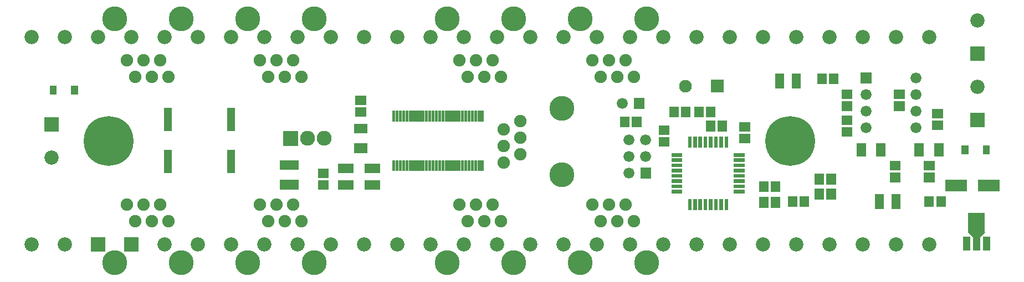
<source format=gbr>
G04 start of page 5 for group -4063 idx -4063 *
G04 Title: (unknown), componentmask *
G04 Creator: pcb 20140316 *
G04 CreationDate: Fri 09 Jan 2015 09:25:45 PM GMT UTC *
G04 For: ndholmes *
G04 Format: Gerber/RS-274X *
G04 PCB-Dimensions (mil): 6000.00 1700.00 *
G04 PCB-Coordinate-Origin: lower left *
%MOIN*%
%FSLAX25Y25*%
%LNTOPMASK*%
%ADD87R,0.0217X0.0217*%
%ADD86R,0.1005X0.1005*%
%ADD85R,0.0690X0.0690*%
%ADD84R,0.0438X0.0438*%
%ADD83R,0.0420X0.0420*%
%ADD82R,0.0490X0.0490*%
%ADD81R,0.0572X0.0572*%
%ADD80R,0.0176X0.0176*%
%ADD79R,0.0550X0.0550*%
%ADD78C,0.0760*%
%ADD77C,0.0660*%
%ADD76C,0.0900*%
%ADD75C,0.2997*%
%ADD74C,0.0001*%
%ADD73C,0.1500*%
%ADD72C,0.0750*%
%ADD71C,0.0860*%
G54D71*X30500Y147500D03*
X10500D03*
X70500D03*
X50500D03*
G54D72*X93000Y123500D03*
X83000D03*
X73000D03*
X88000Y133500D03*
X78000D03*
X68000D03*
G54D73*X100500Y158500D03*
X60500D03*
G54D71*X90500Y147500D03*
X110500Y22500D03*
X130500D03*
X150500D03*
G54D73*X140500Y11500D03*
G54D71*X190500Y22500D03*
X210500D03*
G54D72*X148000Y46500D03*
X153000Y36500D03*
X158000Y46500D03*
X163000Y36500D03*
G54D71*X170500Y22500D03*
G54D72*X168000Y46500D03*
X173000Y36500D03*
G54D73*X180500Y11500D03*
G54D74*G36*
X18200Y99300D02*Y90700D01*
X26800D01*
Y99300D01*
X18200D01*
G37*
G54D75*X57000Y85000D03*
G54D71*X22500Y75000D03*
G54D74*G36*
X46200Y26800D02*Y18200D01*
X54800D01*
Y26800D01*
X46200D01*
G37*
G54D73*X60500Y11500D03*
G54D74*G36*
X66200Y26800D02*Y18200D01*
X74800D01*
Y26800D01*
X66200D01*
G37*
G54D71*X90500Y22500D03*
X10500D03*
X30500D03*
G54D72*X68000Y46500D03*
X73000Y36500D03*
X78000Y46500D03*
X83000Y36500D03*
X88000Y46500D03*
X93000Y36500D03*
G54D73*X100500Y11500D03*
G54D76*X186500Y86500D03*
X176500D03*
G54D74*G36*
X162000Y91000D02*Y82000D01*
X171000D01*
Y91000D01*
X162000D01*
G37*
G54D71*X150500Y147500D03*
X130500D03*
X210500D03*
X190500D03*
X170500D03*
X110500D03*
G54D73*X140500Y158500D03*
G54D72*X173000Y123500D03*
G54D73*X180500Y158500D03*
G54D72*X168000Y133500D03*
X158000D03*
X148000D03*
X163000Y123500D03*
X153000D03*
G54D71*X290500Y22500D03*
X310500D03*
X250500D03*
X270500D03*
X230500D03*
G54D72*X268000Y46500D03*
X273000Y36500D03*
X278000Y46500D03*
X283000Y36500D03*
X288000Y46500D03*
X293000Y36500D03*
G54D73*X260500Y11500D03*
G54D72*X294500Y72000D03*
Y82000D03*
Y92000D03*
X304500Y77000D03*
Y87000D03*
Y97000D03*
G54D73*X329500Y64500D03*
Y104500D03*
G54D71*X230500Y147500D03*
X270500D03*
X250500D03*
G54D73*X260500Y158500D03*
G54D71*X350500Y147500D03*
X330500D03*
X310500D03*
X290500D03*
G54D72*X293000Y123500D03*
X288000Y133500D03*
G54D73*X300500Y158500D03*
G54D72*X283000Y123500D03*
X273000D03*
X278000Y133500D03*
X268000D03*
G54D71*X370500Y22500D03*
X390500D03*
G54D72*X368000Y46500D03*
X373000Y36500D03*
G54D74*G36*
X376700Y68800D02*Y62200D01*
X383300D01*
Y68800D01*
X376700D01*
G37*
G54D77*X380000Y75500D03*
Y85500D03*
X370000Y65500D03*
Y75500D03*
Y85500D03*
G54D71*X430500Y147500D03*
G54D74*G36*
X419306Y121800D02*Y114200D01*
X426906D01*
Y121800D01*
X419306D01*
G37*
G54D71*X410500Y147500D03*
G54D78*X403894Y118000D03*
G54D71*X390500Y147500D03*
X370500D03*
G54D72*X373000Y123500D03*
G54D73*X380500Y158500D03*
G54D74*G36*
X372700Y110800D02*Y104200D01*
X379300D01*
Y110800D01*
X372700D01*
G37*
G54D77*X366000Y107500D03*
G54D72*X368000Y133500D03*
X358000D03*
X348000D03*
G54D73*X340500Y158500D03*
G54D72*X363000Y123500D03*
X353000D03*
G54D73*X300500Y11500D03*
X340500D03*
X380500D03*
G54D72*X348000Y46500D03*
X353000Y36500D03*
X358000Y46500D03*
X363000Y36500D03*
G54D71*X330500Y22500D03*
X350500D03*
X410500D03*
X430500D03*
X510500Y147500D03*
Y22500D03*
G54D74*G36*
X509200Y126300D02*Y119700D01*
X515800D01*
Y126300D01*
X509200D01*
G37*
G54D77*X512500Y113000D03*
Y103000D03*
Y93000D03*
G54D71*X490500Y147500D03*
Y22500D03*
X470500Y147500D03*
X450500D03*
Y22500D03*
X470500D03*
G54D75*X467000Y85000D03*
G54D71*X530500Y22500D03*
X550500D03*
Y147500D03*
X530500D03*
G54D74*G36*
X575200Y141800D02*Y133200D01*
X583800D01*
Y141800D01*
X575200D01*
G37*
G54D71*X579500Y157500D03*
G54D74*G36*
X575200Y101800D02*Y93200D01*
X583800D01*
Y101800D01*
X575200D01*
G37*
G54D71*X579500Y117500D03*
G54D77*X542500Y93000D03*
Y103000D03*
Y113000D03*
Y123000D03*
G54D79*X213700Y68500D02*X217300D01*
G54D80*X228426Y72402D02*Y67678D01*
X230394Y72402D02*Y67678D01*
X228426Y70940D02*Y69140D01*
X230394Y70940D02*Y69140D01*
X232363Y72402D02*Y67678D01*
X234331Y72402D02*Y67678D01*
X232363Y70940D02*Y69140D01*
X234331Y70940D02*Y69140D01*
X236300Y72402D02*Y67678D01*
Y70940D02*Y69140D01*
X238268Y72402D02*Y67678D01*
Y70940D02*Y69140D01*
X240237Y72402D02*Y67678D01*
Y70940D02*Y69140D01*
X242205Y72402D02*Y67678D01*
X244174Y72402D02*Y67678D01*
X246142Y72402D02*Y67678D01*
X242205Y70940D02*Y69140D01*
X244174Y70940D02*Y69140D01*
X246142Y70940D02*Y69140D01*
G54D81*X208107Y109543D02*X208893D01*
G54D82*X130500Y102500D02*Y93500D01*
G54D81*X207319Y80595D02*X209681D01*
X207319Y92405D02*X209681D01*
X208107Y102457D02*X208893D01*
G54D79*X197700Y68500D02*X201300D01*
X197700Y58500D02*X201300D01*
G54D81*X185607Y65543D02*X186393D01*
X185607Y58457D02*X186393D01*
G54D82*X130500Y77000D02*Y67900D01*
G54D81*X162745Y70405D02*X168255D01*
G54D79*X213700Y58500D02*X217300D01*
G54D81*X162745Y58595D02*X168255D01*
G54D83*X36400Y116100D02*Y114900D01*
X23500Y116100D02*Y114900D01*
G54D82*X92500Y102500D02*Y93500D01*
Y77000D02*Y67900D01*
G54D81*X555107Y101543D02*X555893D01*
X555107Y94457D02*X555893D01*
X556310Y80681D02*Y78319D01*
X544500Y80681D02*Y78319D01*
X500607Y113043D02*X501393D01*
X500607Y105957D02*X501393D01*
X500607Y97543D02*X501393D01*
X500607Y90457D02*X501393D01*
X532107Y113043D02*X532893D01*
X532107Y105957D02*X532893D01*
X521405Y80681D02*Y78319D01*
X509595Y80681D02*Y78319D01*
X557586Y48893D02*Y48107D01*
G54D84*X573094Y25110D02*Y21016D01*
G54D85*X563508Y58000D02*X569807D01*
G54D84*X579000Y32826D02*Y21016D01*
G54D86*Y36450D02*Y34560D01*
G54D74*G36*
X575695Y31679D02*X578959Y28415D01*
X577115Y26571D01*
X573851Y29835D01*
X575695Y31679D01*
G37*
G54D83*X572000Y80100D02*Y78900D01*
G54D74*G36*
X579041Y28415D02*X582305Y31679D01*
X584149Y29835D01*
X580885Y26571D01*
X579041Y28415D01*
G37*
G54D84*X584906Y25110D02*Y21016D01*
G54D85*X583193Y58000D02*X589492D01*
G54D83*X584900Y80100D02*Y78900D01*
G54D81*X550500Y48893D02*Y48107D01*
X550107Y70043D02*X550893D01*
X550107Y62957D02*X550893D01*
G54D79*X530500Y50300D02*Y46700D01*
X520500Y50300D02*Y46700D01*
G54D81*X529607Y70043D02*X530393D01*
X529607Y62957D02*X530393D01*
X484457Y53393D02*Y52607D01*
X491543Y53393D02*Y52607D01*
X484457Y62393D02*Y61607D01*
X491543Y62393D02*Y61607D01*
G54D80*X248111Y72402D02*Y67678D01*
X250079Y72402D02*Y67678D01*
X252048Y72402D02*Y67678D01*
X248111Y70940D02*Y69140D01*
X250079Y70940D02*Y69140D01*
X252048Y70940D02*Y69140D01*
X254016Y72402D02*Y67678D01*
X255984Y72402D02*Y67678D01*
X257952Y72402D02*Y67678D01*
X254016Y70940D02*Y69140D01*
X255984Y70940D02*Y69140D01*
X257952Y70940D02*Y69140D01*
X281574Y102322D02*Y97598D01*
X279606Y102322D02*Y97598D01*
X281574Y100860D02*Y99060D01*
X279606Y100860D02*Y99060D01*
X271732Y102322D02*Y97598D01*
Y100860D02*Y99060D01*
X269763Y102322D02*Y97598D01*
Y100860D02*Y99060D01*
X267795Y102322D02*Y97598D01*
X265826Y102322D02*Y97598D01*
X263858Y102322D02*Y97598D01*
X267795Y100860D02*Y99060D01*
X265826Y100860D02*Y99060D01*
X263858Y100860D02*Y99060D01*
X277637Y102322D02*Y97598D01*
X275669Y102322D02*Y97598D01*
X273700Y102322D02*Y97598D01*
X277637Y100860D02*Y99060D01*
X275669Y100860D02*Y99060D01*
X273700Y100860D02*Y99060D01*
X261889Y102322D02*Y97598D01*
X259921Y102322D02*Y97598D01*
X257952Y102322D02*Y97598D01*
X261889Y100860D02*Y99060D01*
X259921Y100860D02*Y99060D01*
X257952Y100860D02*Y99060D01*
X255984Y102322D02*Y97598D01*
X254016Y102322D02*Y97598D01*
X252048Y102322D02*Y97598D01*
X255984Y100860D02*Y99060D01*
X254016Y100860D02*Y99060D01*
X252048Y100860D02*Y99060D01*
X259921Y72402D02*Y67678D01*
X261889Y72402D02*Y67678D01*
X259921Y70940D02*Y69140D01*
X261889Y70940D02*Y69140D01*
X267795Y72402D02*Y67678D01*
Y70940D02*Y69140D01*
X269763Y72402D02*Y67678D01*
Y70940D02*Y69140D01*
X277637Y72402D02*Y67678D01*
X279606Y72402D02*Y67678D01*
X281574Y72402D02*Y67678D01*
X277637Y70940D02*Y69140D01*
X279606Y70940D02*Y69140D01*
X281574Y70940D02*Y69140D01*
X263858Y72402D02*Y67678D01*
X265826Y72402D02*Y67678D01*
X263858Y70940D02*Y69140D01*
X265826Y70940D02*Y69140D01*
X271732Y72402D02*Y67678D01*
X273700Y72402D02*Y67678D01*
X275669Y72402D02*Y67678D01*
X271732Y70940D02*Y69140D01*
X273700Y70940D02*Y69140D01*
X275669Y70940D02*Y69140D01*
X250079Y102322D02*Y97598D01*
X248111Y102322D02*Y97598D01*
X250079Y100860D02*Y99060D01*
X248111Y100860D02*Y99060D01*
X242205Y102322D02*Y97598D01*
Y100860D02*Y99060D01*
X240237Y102322D02*Y97598D01*
Y100860D02*Y99060D01*
X232363Y102322D02*Y97598D01*
X230394Y102322D02*Y97598D01*
X228426Y102322D02*Y97598D01*
X232363Y100860D02*Y99060D01*
X230394Y100860D02*Y99060D01*
X228426Y100860D02*Y99060D01*
X246142Y102322D02*Y97598D01*
X244174Y102322D02*Y97598D01*
X246142Y100860D02*Y99060D01*
X244174Y100860D02*Y99060D01*
X238268Y102322D02*Y97598D01*
X236300Y102322D02*Y97598D01*
X234331Y102322D02*Y97598D01*
X238268Y100860D02*Y99060D01*
X236300Y100860D02*Y99060D01*
X234331Y100860D02*Y99060D01*
G54D81*X426086Y94393D02*Y93607D01*
G54D79*X470500Y122800D02*Y119200D01*
X460500Y122800D02*Y119200D01*
G54D81*X485957Y122893D02*Y122107D01*
X493043Y122893D02*Y122107D01*
X439064Y86414D02*X439850D01*
G54D87*X428523Y86492D02*Y82066D01*
G54D81*X439064Y93500D02*X439850D01*
G54D87*X425374Y86492D02*Y82066D01*
X422224Y86492D02*Y82066D01*
X419075Y86492D02*Y82066D01*
X415925Y86492D02*Y82066D01*
X412775Y86492D02*Y82066D01*
G54D81*X419000Y94393D02*Y93607D01*
X411914Y102893D02*Y102107D01*
X419000Y102893D02*Y102107D01*
X404086Y102893D02*Y102107D01*
X397000Y102893D02*Y102107D01*
G54D87*X409626Y86492D02*Y82066D01*
X406476Y86492D02*Y82066D01*
X396508Y76523D02*X400934D01*
G54D81*X367457Y96893D02*Y96107D01*
X374543Y96893D02*Y96107D01*
X390607Y84414D02*X391393D01*
X390607Y91500D02*X391393D01*
G54D87*X396508Y73374D02*X400934D01*
X396508Y70224D02*X400934D01*
X396508Y67075D02*X400934D01*
X396508Y63925D02*X400934D01*
X396508Y60775D02*X400934D01*
X396508Y57626D02*X400934D01*
X396508Y54476D02*X400934D01*
X406477Y48934D02*Y44508D01*
X409626Y48934D02*Y44508D01*
X412776Y48934D02*Y44508D01*
X415925Y48934D02*Y44508D01*
X419075Y48934D02*Y44508D01*
X422225Y48934D02*Y44508D01*
X425374Y48934D02*Y44508D01*
X428524Y48934D02*Y44508D01*
G54D81*X450957Y48393D02*Y47607D01*
X458043Y48393D02*Y47607D01*
X450957Y57893D02*Y57107D01*
X458043Y57893D02*Y57107D01*
X468414Y48893D02*Y48107D01*
X475500Y48893D02*Y48107D01*
G54D87*X434066Y67075D02*X438492D01*
X434066Y70225D02*X438492D01*
X434066Y73374D02*X438492D01*
X434066Y76524D02*X438492D01*
X434066Y54477D02*X438492D01*
X434066Y57626D02*X438492D01*
X434066Y60776D02*X438492D01*
X434066Y63925D02*X438492D01*
M02*

</source>
